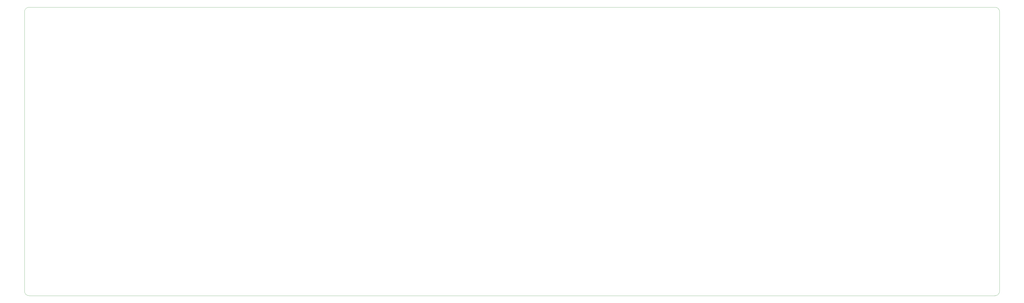
<source format=gm1>
G04 #@! TF.GenerationSoftware,KiCad,Pcbnew,(5.1.10)-1*
G04 #@! TF.CreationDate,2021-09-30T18:38:30+01:00*
G04 #@! TF.ProjectId,110ADR-SwitchPlate,31313041-4452-42d5-9377-69746368506c,rev?*
G04 #@! TF.SameCoordinates,Original*
G04 #@! TF.FileFunction,Profile,NP*
%FSLAX46Y46*%
G04 Gerber Fmt 4.6, Leading zero omitted, Abs format (unit mm)*
G04 Created by KiCad (PCBNEW (5.1.10)-1) date 2021-09-30 18:38:30*
%MOMM*%
%LPD*%
G01*
G04 APERTURE LIST*
G04 #@! TA.AperFunction,Profile*
%ADD10C,0.100000*%
G04 #@! TD*
G04 APERTURE END LIST*
D10*
X465700000Y-50070000D02*
G75*
G02*
X467700000Y-52070000I0J-2000000D01*
G01*
X467700000Y-175810000D02*
G75*
G02*
X465700000Y-177810000I-2000000J0D01*
G01*
X38120000Y-177810000D02*
G75*
G02*
X36120000Y-175810000I0J2000000D01*
G01*
X36120000Y-52070000D02*
G75*
G02*
X38120000Y-50070000I2000000J0D01*
G01*
X36120000Y-175810000D02*
X36120000Y-52070000D01*
X465700000Y-177810000D02*
X38120000Y-177810000D01*
X467700000Y-52070000D02*
X467700000Y-175810000D01*
X38120000Y-50070000D02*
X465700000Y-50070000D01*
M02*

</source>
